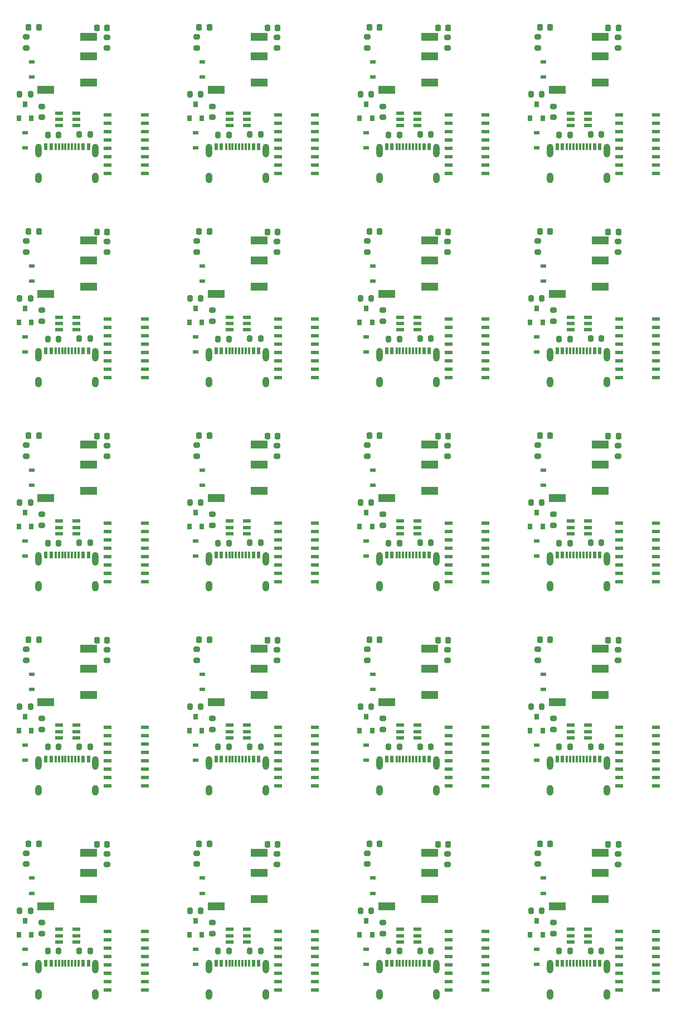
<source format=gtp>
%TF.GenerationSoftware,KiCad,Pcbnew,8.0.8*%
%TF.CreationDate,2025-02-19T12:52:30-07:00*%
%TF.ProjectId,SparkFun_Audio_Player_Breakout_MY1690X-16S_panelized,53706172-6b46-4756-9e5f-417564696f5f,v10*%
%TF.SameCoordinates,Original*%
%TF.FileFunction,Paste,Top*%
%TF.FilePolarity,Positive*%
%FSLAX46Y46*%
G04 Gerber Fmt 4.6, Leading zero omitted, Abs format (unit mm)*
G04 Created by KiCad (PCBNEW 8.0.8) date 2025-02-19 12:52:30*
%MOMM*%
%LPD*%
G01*
G04 APERTURE LIST*
G04 Aperture macros list*
%AMRoundRect*
0 Rectangle with rounded corners*
0 $1 Rounding radius*
0 $2 $3 $4 $5 $6 $7 $8 $9 X,Y pos of 4 corners*
0 Add a 4 corners polygon primitive as box body*
4,1,4,$2,$3,$4,$5,$6,$7,$8,$9,$2,$3,0*
0 Add four circle primitives for the rounded corners*
1,1,$1+$1,$2,$3*
1,1,$1+$1,$4,$5*
1,1,$1+$1,$6,$7*
1,1,$1+$1,$8,$9*
0 Add four rect primitives between the rounded corners*
20,1,$1+$1,$2,$3,$4,$5,0*
20,1,$1+$1,$4,$5,$6,$7,0*
20,1,$1+$1,$6,$7,$8,$9,0*
20,1,$1+$1,$8,$9,$2,$3,0*%
G04 Aperture macros list end*
%ADD10R,0.300000X1.000000*%
%ADD11R,0.600000X1.000000*%
%ADD12O,1.000000X1.600000*%
%ADD13O,1.000000X2.100000*%
%ADD14RoundRect,0.200000X-0.200000X-0.275000X0.200000X-0.275000X0.200000X0.275000X-0.200000X0.275000X0*%
%ADD15RoundRect,0.218750X0.218750X0.256250X-0.218750X0.256250X-0.218750X-0.256250X0.218750X-0.256250X0*%
%ADD16R,0.830000X0.630000*%
%ADD17RoundRect,0.218750X-0.218750X-0.256250X0.218750X-0.256250X0.218750X0.256250X-0.218750X0.256250X0*%
%ADD18R,0.800000X0.900000*%
%ADD19RoundRect,0.200000X-0.275000X0.200000X-0.275000X-0.200000X0.275000X-0.200000X0.275000X0.200000X0*%
%ADD20R,2.500000X1.200000*%
%ADD21R,1.200000X0.600000*%
%ADD22RoundRect,0.200000X0.275000X-0.200000X0.275000X0.200000X-0.275000X0.200000X-0.275000X-0.200000X0*%
%ADD23R,1.200000X0.550000*%
G04 APERTURE END LIST*
D10*
%TO.C,J4*%
X89150000Y129676000D03*
X90150000Y129676000D03*
X90650000Y129676000D03*
X91650000Y129676000D03*
X92150000Y129676000D03*
X91150000Y129676000D03*
X89650000Y129676000D03*
X88650000Y129676000D03*
D11*
X87175000Y129676000D03*
X93625000Y129676000D03*
D12*
X86082000Y124921000D03*
D13*
X86082000Y129101000D03*
X94718000Y129101000D03*
D12*
X94718000Y124921000D03*
D11*
X87950000Y129676000D03*
X92850000Y129676000D03*
%TD*%
D10*
%TO.C,J4*%
X89150000Y98696000D03*
X90150000Y98696000D03*
X90650000Y98696000D03*
X91650000Y98696000D03*
X92150000Y98696000D03*
X91150000Y98696000D03*
X89650000Y98696000D03*
X88650000Y98696000D03*
D11*
X87175000Y98696000D03*
X93625000Y98696000D03*
D12*
X86082000Y93941000D03*
D13*
X86082000Y98121000D03*
X94718000Y98121000D03*
D12*
X94718000Y93941000D03*
D11*
X87950000Y98696000D03*
X92850000Y98696000D03*
%TD*%
D10*
%TO.C,J4*%
X89150000Y67716000D03*
X90150000Y67716000D03*
X90650000Y67716000D03*
X91650000Y67716000D03*
X92150000Y67716000D03*
X91150000Y67716000D03*
X89650000Y67716000D03*
X88650000Y67716000D03*
D11*
X87175000Y67716000D03*
X93625000Y67716000D03*
D12*
X86082000Y62961000D03*
D13*
X86082000Y67141000D03*
X94718000Y67141000D03*
D12*
X94718000Y62961000D03*
D11*
X87950000Y67716000D03*
X92850000Y67716000D03*
%TD*%
D10*
%TO.C,J4*%
X89150000Y36736000D03*
X90150000Y36736000D03*
X90650000Y36736000D03*
X91650000Y36736000D03*
X92150000Y36736000D03*
X91150000Y36736000D03*
X89650000Y36736000D03*
X88650000Y36736000D03*
D11*
X87175000Y36736000D03*
X93625000Y36736000D03*
D12*
X86082000Y31981000D03*
D13*
X86082000Y36161000D03*
X94718000Y36161000D03*
D12*
X94718000Y31981000D03*
D11*
X87950000Y36736000D03*
X92850000Y36736000D03*
%TD*%
D10*
%TO.C,J4*%
X89150000Y5756000D03*
X90150000Y5756000D03*
X90650000Y5756000D03*
X91650000Y5756000D03*
X92150000Y5756000D03*
X91150000Y5756000D03*
X89650000Y5756000D03*
X88650000Y5756000D03*
D11*
X87175000Y5756000D03*
X93625000Y5756000D03*
D12*
X86082000Y1001000D03*
D13*
X86082000Y5181000D03*
X94718000Y5181000D03*
D12*
X94718000Y1001000D03*
D11*
X87950000Y5756000D03*
X92850000Y5756000D03*
%TD*%
D10*
%TO.C,J4*%
X63250000Y129676000D03*
X64250000Y129676000D03*
X64750000Y129676000D03*
X65750000Y129676000D03*
X66250000Y129676000D03*
X65250000Y129676000D03*
X63750000Y129676000D03*
X62750000Y129676000D03*
D11*
X61275000Y129676000D03*
X67725000Y129676000D03*
D12*
X60182000Y124921000D03*
D13*
X60182000Y129101000D03*
X68818000Y129101000D03*
D12*
X68818000Y124921000D03*
D11*
X62050000Y129676000D03*
X66950000Y129676000D03*
%TD*%
D10*
%TO.C,J4*%
X63250000Y98696000D03*
X64250000Y98696000D03*
X64750000Y98696000D03*
X65750000Y98696000D03*
X66250000Y98696000D03*
X65250000Y98696000D03*
X63750000Y98696000D03*
X62750000Y98696000D03*
D11*
X61275000Y98696000D03*
X67725000Y98696000D03*
D12*
X60182000Y93941000D03*
D13*
X60182000Y98121000D03*
X68818000Y98121000D03*
D12*
X68818000Y93941000D03*
D11*
X62050000Y98696000D03*
X66950000Y98696000D03*
%TD*%
D10*
%TO.C,J4*%
X63250000Y67716000D03*
X64250000Y67716000D03*
X64750000Y67716000D03*
X65750000Y67716000D03*
X66250000Y67716000D03*
X65250000Y67716000D03*
X63750000Y67716000D03*
X62750000Y67716000D03*
D11*
X61275000Y67716000D03*
X67725000Y67716000D03*
D12*
X60182000Y62961000D03*
D13*
X60182000Y67141000D03*
X68818000Y67141000D03*
D12*
X68818000Y62961000D03*
D11*
X62050000Y67716000D03*
X66950000Y67716000D03*
%TD*%
D10*
%TO.C,J4*%
X63250000Y36736000D03*
X64250000Y36736000D03*
X64750000Y36736000D03*
X65750000Y36736000D03*
X66250000Y36736000D03*
X65250000Y36736000D03*
X63750000Y36736000D03*
X62750000Y36736000D03*
D11*
X61275000Y36736000D03*
X67725000Y36736000D03*
D12*
X60182000Y31981000D03*
D13*
X60182000Y36161000D03*
X68818000Y36161000D03*
D12*
X68818000Y31981000D03*
D11*
X62050000Y36736000D03*
X66950000Y36736000D03*
%TD*%
D10*
%TO.C,J4*%
X63250000Y5756000D03*
X64250000Y5756000D03*
X64750000Y5756000D03*
X65750000Y5756000D03*
X66250000Y5756000D03*
X65250000Y5756000D03*
X63750000Y5756000D03*
X62750000Y5756000D03*
D11*
X61275000Y5756000D03*
X67725000Y5756000D03*
D12*
X60182000Y1001000D03*
D13*
X60182000Y5181000D03*
X68818000Y5181000D03*
D12*
X68818000Y1001000D03*
D11*
X62050000Y5756000D03*
X66950000Y5756000D03*
%TD*%
D10*
%TO.C,J4*%
X37350000Y129676000D03*
X38350000Y129676000D03*
X38850000Y129676000D03*
X39850000Y129676000D03*
X40350000Y129676000D03*
X39350000Y129676000D03*
X37850000Y129676000D03*
X36850000Y129676000D03*
D11*
X35375000Y129676000D03*
X41825000Y129676000D03*
D12*
X34282000Y124921000D03*
D13*
X34282000Y129101000D03*
X42918000Y129101000D03*
D12*
X42918000Y124921000D03*
D11*
X36150000Y129676000D03*
X41050000Y129676000D03*
%TD*%
D10*
%TO.C,J4*%
X37350000Y98696000D03*
X38350000Y98696000D03*
X38850000Y98696000D03*
X39850000Y98696000D03*
X40350000Y98696000D03*
X39350000Y98696000D03*
X37850000Y98696000D03*
X36850000Y98696000D03*
D11*
X35375000Y98696000D03*
X41825000Y98696000D03*
D12*
X34282000Y93941000D03*
D13*
X34282000Y98121000D03*
X42918000Y98121000D03*
D12*
X42918000Y93941000D03*
D11*
X36150000Y98696000D03*
X41050000Y98696000D03*
%TD*%
D10*
%TO.C,J4*%
X37350000Y67716000D03*
X38350000Y67716000D03*
X38850000Y67716000D03*
X39850000Y67716000D03*
X40350000Y67716000D03*
X39350000Y67716000D03*
X37850000Y67716000D03*
X36850000Y67716000D03*
D11*
X35375000Y67716000D03*
X41825000Y67716000D03*
D12*
X34282000Y62961000D03*
D13*
X34282000Y67141000D03*
X42918000Y67141000D03*
D12*
X42918000Y62961000D03*
D11*
X36150000Y67716000D03*
X41050000Y67716000D03*
%TD*%
D10*
%TO.C,J4*%
X37350000Y36736000D03*
X38350000Y36736000D03*
X38850000Y36736000D03*
X39850000Y36736000D03*
X40350000Y36736000D03*
X39350000Y36736000D03*
X37850000Y36736000D03*
X36850000Y36736000D03*
D11*
X35375000Y36736000D03*
X41825000Y36736000D03*
D12*
X34282000Y31981000D03*
D13*
X34282000Y36161000D03*
X42918000Y36161000D03*
D12*
X42918000Y31981000D03*
D11*
X36150000Y36736000D03*
X41050000Y36736000D03*
%TD*%
D10*
%TO.C,J4*%
X37350000Y5756000D03*
X38350000Y5756000D03*
X38850000Y5756000D03*
X39850000Y5756000D03*
X40350000Y5756000D03*
X39350000Y5756000D03*
X37850000Y5756000D03*
X36850000Y5756000D03*
D11*
X35375000Y5756000D03*
X41825000Y5756000D03*
D12*
X34282000Y1001000D03*
D13*
X34282000Y5181000D03*
X42918000Y5181000D03*
D12*
X42918000Y1001000D03*
D11*
X36150000Y5756000D03*
X41050000Y5756000D03*
%TD*%
D10*
%TO.C,J4*%
X11450000Y129676000D03*
X12450000Y129676000D03*
X12950000Y129676000D03*
X13950000Y129676000D03*
X14450000Y129676000D03*
X13450000Y129676000D03*
X11950000Y129676000D03*
X10950000Y129676000D03*
D11*
X9475000Y129676000D03*
X15925000Y129676000D03*
D12*
X8382000Y124921000D03*
D13*
X8382000Y129101000D03*
X17018000Y129101000D03*
D12*
X17018000Y124921000D03*
D11*
X10250000Y129676000D03*
X15150000Y129676000D03*
%TD*%
D10*
%TO.C,J4*%
X11450000Y98696000D03*
X12450000Y98696000D03*
X12950000Y98696000D03*
X13950000Y98696000D03*
X14450000Y98696000D03*
X13450000Y98696000D03*
X11950000Y98696000D03*
X10950000Y98696000D03*
D11*
X9475000Y98696000D03*
X15925000Y98696000D03*
D12*
X8382000Y93941000D03*
D13*
X8382000Y98121000D03*
X17018000Y98121000D03*
D12*
X17018000Y93941000D03*
D11*
X10250000Y98696000D03*
X15150000Y98696000D03*
%TD*%
D10*
%TO.C,J4*%
X11450000Y67716000D03*
X12450000Y67716000D03*
X12950000Y67716000D03*
X13950000Y67716000D03*
X14450000Y67716000D03*
X13450000Y67716000D03*
X11950000Y67716000D03*
X10950000Y67716000D03*
D11*
X9475000Y67716000D03*
X15925000Y67716000D03*
D12*
X8382000Y62961000D03*
D13*
X8382000Y67141000D03*
X17018000Y67141000D03*
D12*
X17018000Y62961000D03*
D11*
X10250000Y67716000D03*
X15150000Y67716000D03*
%TD*%
D10*
%TO.C,J4*%
X11450000Y36736000D03*
X12450000Y36736000D03*
X12950000Y36736000D03*
X13950000Y36736000D03*
X14450000Y36736000D03*
X13450000Y36736000D03*
X11950000Y36736000D03*
X10950000Y36736000D03*
D11*
X9475000Y36736000D03*
X15925000Y36736000D03*
D12*
X8382000Y31981000D03*
D13*
X8382000Y36161000D03*
X17018000Y36161000D03*
D12*
X17018000Y31981000D03*
D11*
X10250000Y36736000D03*
X15150000Y36736000D03*
%TD*%
D14*
%TO.C,R3*%
X87449000Y131480000D03*
X89099000Y131480000D03*
%TD*%
%TO.C,R3*%
X87449000Y100500000D03*
X89099000Y100500000D03*
%TD*%
%TO.C,R3*%
X87449000Y69520000D03*
X89099000Y69520000D03*
%TD*%
%TO.C,R3*%
X87449000Y38540000D03*
X89099000Y38540000D03*
%TD*%
%TO.C,R3*%
X87449000Y7560000D03*
X89099000Y7560000D03*
%TD*%
%TO.C,R3*%
X61549000Y131480000D03*
X63199000Y131480000D03*
%TD*%
%TO.C,R3*%
X61549000Y100500000D03*
X63199000Y100500000D03*
%TD*%
%TO.C,R3*%
X61549000Y69520000D03*
X63199000Y69520000D03*
%TD*%
%TO.C,R3*%
X61549000Y38540000D03*
X63199000Y38540000D03*
%TD*%
%TO.C,R3*%
X61549000Y7560000D03*
X63199000Y7560000D03*
%TD*%
%TO.C,R3*%
X35649000Y131480000D03*
X37299000Y131480000D03*
%TD*%
%TO.C,R3*%
X35649000Y100500000D03*
X37299000Y100500000D03*
%TD*%
%TO.C,R3*%
X35649000Y69520000D03*
X37299000Y69520000D03*
%TD*%
%TO.C,R3*%
X35649000Y38540000D03*
X37299000Y38540000D03*
%TD*%
%TO.C,R3*%
X35649000Y7560000D03*
X37299000Y7560000D03*
%TD*%
%TO.C,R3*%
X9749000Y131480000D03*
X11399000Y131480000D03*
%TD*%
%TO.C,R3*%
X9749000Y100500000D03*
X11399000Y100500000D03*
%TD*%
%TO.C,R3*%
X9749000Y69520000D03*
X11399000Y69520000D03*
%TD*%
%TO.C,R3*%
X9749000Y38540000D03*
X11399000Y38540000D03*
%TD*%
D15*
%TO.C,D4*%
X86102500Y147762000D03*
X84527500Y147762000D03*
%TD*%
%TO.C,D4*%
X86102500Y116782000D03*
X84527500Y116782000D03*
%TD*%
%TO.C,D4*%
X86102500Y85802000D03*
X84527500Y85802000D03*
%TD*%
%TO.C,D4*%
X86102500Y54822000D03*
X84527500Y54822000D03*
%TD*%
%TO.C,D4*%
X86102500Y23842000D03*
X84527500Y23842000D03*
%TD*%
%TO.C,D4*%
X60202500Y147762000D03*
X58627500Y147762000D03*
%TD*%
%TO.C,D4*%
X60202500Y116782000D03*
X58627500Y116782000D03*
%TD*%
%TO.C,D4*%
X60202500Y85802000D03*
X58627500Y85802000D03*
%TD*%
%TO.C,D4*%
X60202500Y54822000D03*
X58627500Y54822000D03*
%TD*%
%TO.C,D4*%
X60202500Y23842000D03*
X58627500Y23842000D03*
%TD*%
%TO.C,D4*%
X34302500Y147762000D03*
X32727500Y147762000D03*
%TD*%
%TO.C,D4*%
X34302500Y116782000D03*
X32727500Y116782000D03*
%TD*%
%TO.C,D4*%
X34302500Y85802000D03*
X32727500Y85802000D03*
%TD*%
%TO.C,D4*%
X34302500Y54822000D03*
X32727500Y54822000D03*
%TD*%
%TO.C,D4*%
X34302500Y23842000D03*
X32727500Y23842000D03*
%TD*%
%TO.C,D4*%
X8402500Y147762000D03*
X6827500Y147762000D03*
%TD*%
%TO.C,D4*%
X8402500Y116782000D03*
X6827500Y116782000D03*
%TD*%
%TO.C,D4*%
X8402500Y85802000D03*
X6827500Y85802000D03*
%TD*%
%TO.C,D4*%
X8402500Y54822000D03*
X6827500Y54822000D03*
%TD*%
D16*
%TO.C,D2*%
X85056000Y140265000D03*
X85056000Y142565000D03*
%TD*%
%TO.C,D2*%
X85056000Y109285000D03*
X85056000Y111585000D03*
%TD*%
%TO.C,D2*%
X85056000Y78305000D03*
X85056000Y80605000D03*
%TD*%
%TO.C,D2*%
X85056000Y47325000D03*
X85056000Y49625000D03*
%TD*%
%TO.C,D2*%
X85056000Y16345000D03*
X85056000Y18645000D03*
%TD*%
%TO.C,D2*%
X59156000Y140265000D03*
X59156000Y142565000D03*
%TD*%
%TO.C,D2*%
X59156000Y109285000D03*
X59156000Y111585000D03*
%TD*%
%TO.C,D2*%
X59156000Y78305000D03*
X59156000Y80605000D03*
%TD*%
%TO.C,D2*%
X59156000Y47325000D03*
X59156000Y49625000D03*
%TD*%
%TO.C,D2*%
X59156000Y16345000D03*
X59156000Y18645000D03*
%TD*%
%TO.C,D2*%
X33256000Y140265000D03*
X33256000Y142565000D03*
%TD*%
%TO.C,D2*%
X33256000Y109285000D03*
X33256000Y111585000D03*
%TD*%
%TO.C,D2*%
X33256000Y78305000D03*
X33256000Y80605000D03*
%TD*%
%TO.C,D2*%
X33256000Y47325000D03*
X33256000Y49625000D03*
%TD*%
%TO.C,D2*%
X33256000Y16345000D03*
X33256000Y18645000D03*
%TD*%
%TO.C,D2*%
X7356000Y140265000D03*
X7356000Y142565000D03*
%TD*%
%TO.C,D2*%
X7356000Y109285000D03*
X7356000Y111585000D03*
%TD*%
%TO.C,D2*%
X7356000Y78305000D03*
X7356000Y80605000D03*
%TD*%
%TO.C,D2*%
X7356000Y47325000D03*
X7356000Y49625000D03*
%TD*%
D14*
%TO.C,R4*%
X83174000Y137645000D03*
X84824000Y137645000D03*
%TD*%
%TO.C,R4*%
X83174000Y106665000D03*
X84824000Y106665000D03*
%TD*%
%TO.C,R4*%
X83174000Y75685000D03*
X84824000Y75685000D03*
%TD*%
%TO.C,R4*%
X83174000Y44705000D03*
X84824000Y44705000D03*
%TD*%
%TO.C,R4*%
X83174000Y13725000D03*
X84824000Y13725000D03*
%TD*%
%TO.C,R4*%
X57274000Y137645000D03*
X58924000Y137645000D03*
%TD*%
%TO.C,R4*%
X57274000Y106665000D03*
X58924000Y106665000D03*
%TD*%
%TO.C,R4*%
X57274000Y75685000D03*
X58924000Y75685000D03*
%TD*%
%TO.C,R4*%
X57274000Y44705000D03*
X58924000Y44705000D03*
%TD*%
%TO.C,R4*%
X57274000Y13725000D03*
X58924000Y13725000D03*
%TD*%
%TO.C,R4*%
X31374000Y137645000D03*
X33024000Y137645000D03*
%TD*%
%TO.C,R4*%
X31374000Y106665000D03*
X33024000Y106665000D03*
%TD*%
%TO.C,R4*%
X31374000Y75685000D03*
X33024000Y75685000D03*
%TD*%
%TO.C,R4*%
X31374000Y44705000D03*
X33024000Y44705000D03*
%TD*%
%TO.C,R4*%
X31374000Y13725000D03*
X33024000Y13725000D03*
%TD*%
%TO.C,R4*%
X5474000Y137645000D03*
X7124000Y137645000D03*
%TD*%
%TO.C,R4*%
X5474000Y106665000D03*
X7124000Y106665000D03*
%TD*%
%TO.C,R4*%
X5474000Y75685000D03*
X7124000Y75685000D03*
%TD*%
%TO.C,R4*%
X5474000Y44705000D03*
X7124000Y44705000D03*
%TD*%
D17*
%TO.C,D1*%
X94912500Y147678000D03*
X96487500Y147678000D03*
%TD*%
%TO.C,D1*%
X94912500Y116698000D03*
X96487500Y116698000D03*
%TD*%
%TO.C,D1*%
X94912500Y85718000D03*
X96487500Y85718000D03*
%TD*%
%TO.C,D1*%
X94912500Y54738000D03*
X96487500Y54738000D03*
%TD*%
%TO.C,D1*%
X94912500Y23758000D03*
X96487500Y23758000D03*
%TD*%
%TO.C,D1*%
X69012500Y147678000D03*
X70587500Y147678000D03*
%TD*%
%TO.C,D1*%
X69012500Y116698000D03*
X70587500Y116698000D03*
%TD*%
%TO.C,D1*%
X69012500Y85718000D03*
X70587500Y85718000D03*
%TD*%
%TO.C,D1*%
X69012500Y54738000D03*
X70587500Y54738000D03*
%TD*%
%TO.C,D1*%
X69012500Y23758000D03*
X70587500Y23758000D03*
%TD*%
%TO.C,D1*%
X43112500Y147678000D03*
X44687500Y147678000D03*
%TD*%
%TO.C,D1*%
X43112500Y116698000D03*
X44687500Y116698000D03*
%TD*%
%TO.C,D1*%
X43112500Y85718000D03*
X44687500Y85718000D03*
%TD*%
%TO.C,D1*%
X43112500Y54738000D03*
X44687500Y54738000D03*
%TD*%
%TO.C,D1*%
X43112500Y23758000D03*
X44687500Y23758000D03*
%TD*%
%TO.C,D1*%
X17212500Y147678000D03*
X18787500Y147678000D03*
%TD*%
%TO.C,D1*%
X17212500Y116698000D03*
X18787500Y116698000D03*
%TD*%
%TO.C,D1*%
X17212500Y85718000D03*
X18787500Y85718000D03*
%TD*%
%TO.C,D1*%
X17212500Y54738000D03*
X18787500Y54738000D03*
%TD*%
D18*
%TO.C,Q1*%
X83049000Y133989000D03*
X84949000Y133989000D03*
X83999000Y136089000D03*
%TD*%
%TO.C,Q1*%
X83049000Y103009000D03*
X84949000Y103009000D03*
X83999000Y105109000D03*
%TD*%
%TO.C,Q1*%
X83049000Y72029000D03*
X84949000Y72029000D03*
X83999000Y74129000D03*
%TD*%
%TO.C,Q1*%
X83049000Y41049000D03*
X84949000Y41049000D03*
X83999000Y43149000D03*
%TD*%
%TO.C,Q1*%
X83049000Y10069000D03*
X84949000Y10069000D03*
X83999000Y12169000D03*
%TD*%
%TO.C,Q1*%
X57149000Y133989000D03*
X59049000Y133989000D03*
X58099000Y136089000D03*
%TD*%
%TO.C,Q1*%
X57149000Y103009000D03*
X59049000Y103009000D03*
X58099000Y105109000D03*
%TD*%
%TO.C,Q1*%
X57149000Y72029000D03*
X59049000Y72029000D03*
X58099000Y74129000D03*
%TD*%
%TO.C,Q1*%
X57149000Y41049000D03*
X59049000Y41049000D03*
X58099000Y43149000D03*
%TD*%
%TO.C,Q1*%
X57149000Y10069000D03*
X59049000Y10069000D03*
X58099000Y12169000D03*
%TD*%
%TO.C,Q1*%
X31249000Y133989000D03*
X33149000Y133989000D03*
X32199000Y136089000D03*
%TD*%
%TO.C,Q1*%
X31249000Y103009000D03*
X33149000Y103009000D03*
X32199000Y105109000D03*
%TD*%
%TO.C,Q1*%
X31249000Y72029000D03*
X33149000Y72029000D03*
X32199000Y74129000D03*
%TD*%
%TO.C,Q1*%
X31249000Y41049000D03*
X33149000Y41049000D03*
X32199000Y43149000D03*
%TD*%
%TO.C,Q1*%
X31249000Y10069000D03*
X33149000Y10069000D03*
X32199000Y12169000D03*
%TD*%
%TO.C,Q1*%
X5349000Y133989000D03*
X7249000Y133989000D03*
X6299000Y136089000D03*
%TD*%
%TO.C,Q1*%
X5349000Y103009000D03*
X7249000Y103009000D03*
X6299000Y105109000D03*
%TD*%
%TO.C,Q1*%
X5349000Y72029000D03*
X7249000Y72029000D03*
X6299000Y74129000D03*
%TD*%
%TO.C,Q1*%
X5349000Y41049000D03*
X7249000Y41049000D03*
X6299000Y43149000D03*
%TD*%
D19*
%TO.C,R9*%
X84193000Y146334000D03*
X84193000Y144684000D03*
%TD*%
%TO.C,R9*%
X84193000Y115354000D03*
X84193000Y113704000D03*
%TD*%
%TO.C,R9*%
X84193000Y84374000D03*
X84193000Y82724000D03*
%TD*%
%TO.C,R9*%
X84193000Y53394000D03*
X84193000Y51744000D03*
%TD*%
%TO.C,R9*%
X84193000Y22414000D03*
X84193000Y20764000D03*
%TD*%
%TO.C,R9*%
X58293000Y146334000D03*
X58293000Y144684000D03*
%TD*%
%TO.C,R9*%
X58293000Y115354000D03*
X58293000Y113704000D03*
%TD*%
%TO.C,R9*%
X58293000Y84374000D03*
X58293000Y82724000D03*
%TD*%
%TO.C,R9*%
X58293000Y53394000D03*
X58293000Y51744000D03*
%TD*%
%TO.C,R9*%
X58293000Y22414000D03*
X58293000Y20764000D03*
%TD*%
%TO.C,R9*%
X32393000Y146334000D03*
X32393000Y144684000D03*
%TD*%
%TO.C,R9*%
X32393000Y115354000D03*
X32393000Y113704000D03*
%TD*%
%TO.C,R9*%
X32393000Y84374000D03*
X32393000Y82724000D03*
%TD*%
%TO.C,R9*%
X32393000Y53394000D03*
X32393000Y51744000D03*
%TD*%
%TO.C,R9*%
X32393000Y22414000D03*
X32393000Y20764000D03*
%TD*%
%TO.C,R9*%
X6493000Y146334000D03*
X6493000Y144684000D03*
%TD*%
%TO.C,R9*%
X6493000Y115354000D03*
X6493000Y113704000D03*
%TD*%
%TO.C,R9*%
X6493000Y84374000D03*
X6493000Y82724000D03*
%TD*%
%TO.C,R9*%
X6493000Y53394000D03*
X6493000Y51744000D03*
%TD*%
D14*
%TO.C,R2*%
X92236000Y131532000D03*
X93886000Y131532000D03*
%TD*%
%TO.C,R2*%
X92236000Y100552000D03*
X93886000Y100552000D03*
%TD*%
%TO.C,R2*%
X92236000Y69572000D03*
X93886000Y69572000D03*
%TD*%
%TO.C,R2*%
X92236000Y38592000D03*
X93886000Y38592000D03*
%TD*%
%TO.C,R2*%
X92236000Y7612000D03*
X93886000Y7612000D03*
%TD*%
%TO.C,R2*%
X66336000Y131532000D03*
X67986000Y131532000D03*
%TD*%
%TO.C,R2*%
X66336000Y100552000D03*
X67986000Y100552000D03*
%TD*%
%TO.C,R2*%
X66336000Y69572000D03*
X67986000Y69572000D03*
%TD*%
%TO.C,R2*%
X66336000Y38592000D03*
X67986000Y38592000D03*
%TD*%
%TO.C,R2*%
X66336000Y7612000D03*
X67986000Y7612000D03*
%TD*%
%TO.C,R2*%
X40436000Y131532000D03*
X42086000Y131532000D03*
%TD*%
%TO.C,R2*%
X40436000Y100552000D03*
X42086000Y100552000D03*
%TD*%
%TO.C,R2*%
X40436000Y69572000D03*
X42086000Y69572000D03*
%TD*%
%TO.C,R2*%
X40436000Y38592000D03*
X42086000Y38592000D03*
%TD*%
%TO.C,R2*%
X40436000Y7612000D03*
X42086000Y7612000D03*
%TD*%
%TO.C,R2*%
X14536000Y131532000D03*
X16186000Y131532000D03*
%TD*%
%TO.C,R2*%
X14536000Y100552000D03*
X16186000Y100552000D03*
%TD*%
%TO.C,R2*%
X14536000Y69572000D03*
X16186000Y69572000D03*
%TD*%
%TO.C,R2*%
X14536000Y38592000D03*
X16186000Y38592000D03*
%TD*%
D19*
%TO.C,R5*%
X96423000Y146276000D03*
X96423000Y144626000D03*
%TD*%
%TO.C,R5*%
X96423000Y115296000D03*
X96423000Y113646000D03*
%TD*%
%TO.C,R5*%
X96423000Y84316000D03*
X96423000Y82666000D03*
%TD*%
%TO.C,R5*%
X96423000Y53336000D03*
X96423000Y51686000D03*
%TD*%
%TO.C,R5*%
X96423000Y22356000D03*
X96423000Y20706000D03*
%TD*%
%TO.C,R5*%
X70523000Y146276000D03*
X70523000Y144626000D03*
%TD*%
%TO.C,R5*%
X70523000Y115296000D03*
X70523000Y113646000D03*
%TD*%
%TO.C,R5*%
X70523000Y84316000D03*
X70523000Y82666000D03*
%TD*%
%TO.C,R5*%
X70523000Y53336000D03*
X70523000Y51686000D03*
%TD*%
%TO.C,R5*%
X70523000Y22356000D03*
X70523000Y20706000D03*
%TD*%
%TO.C,R5*%
X44623000Y146276000D03*
X44623000Y144626000D03*
%TD*%
%TO.C,R5*%
X44623000Y115296000D03*
X44623000Y113646000D03*
%TD*%
%TO.C,R5*%
X44623000Y84316000D03*
X44623000Y82666000D03*
%TD*%
%TO.C,R5*%
X44623000Y53336000D03*
X44623000Y51686000D03*
%TD*%
%TO.C,R5*%
X44623000Y22356000D03*
X44623000Y20706000D03*
%TD*%
%TO.C,R5*%
X18723000Y146276000D03*
X18723000Y144626000D03*
%TD*%
%TO.C,R5*%
X18723000Y115296000D03*
X18723000Y113646000D03*
%TD*%
%TO.C,R5*%
X18723000Y84316000D03*
X18723000Y82666000D03*
%TD*%
%TO.C,R5*%
X18723000Y53336000D03*
X18723000Y51686000D03*
%TD*%
D16*
%TO.C,D3*%
X84051000Y131769000D03*
X84051000Y129469000D03*
%TD*%
%TO.C,D3*%
X84051000Y100789000D03*
X84051000Y98489000D03*
%TD*%
%TO.C,D3*%
X84051000Y69809000D03*
X84051000Y67509000D03*
%TD*%
%TO.C,D3*%
X84051000Y38829000D03*
X84051000Y36529000D03*
%TD*%
%TO.C,D3*%
X84051000Y7849000D03*
X84051000Y5549000D03*
%TD*%
%TO.C,D3*%
X58151000Y131769000D03*
X58151000Y129469000D03*
%TD*%
%TO.C,D3*%
X58151000Y100789000D03*
X58151000Y98489000D03*
%TD*%
%TO.C,D3*%
X58151000Y69809000D03*
X58151000Y67509000D03*
%TD*%
%TO.C,D3*%
X58151000Y38829000D03*
X58151000Y36529000D03*
%TD*%
%TO.C,D3*%
X58151000Y7849000D03*
X58151000Y5549000D03*
%TD*%
%TO.C,D3*%
X32251000Y131769000D03*
X32251000Y129469000D03*
%TD*%
%TO.C,D3*%
X32251000Y100789000D03*
X32251000Y98489000D03*
%TD*%
%TO.C,D3*%
X32251000Y69809000D03*
X32251000Y67509000D03*
%TD*%
%TO.C,D3*%
X32251000Y38829000D03*
X32251000Y36529000D03*
%TD*%
%TO.C,D3*%
X32251000Y7849000D03*
X32251000Y5549000D03*
%TD*%
%TO.C,D3*%
X6351000Y131769000D03*
X6351000Y129469000D03*
%TD*%
%TO.C,D3*%
X6351000Y100789000D03*
X6351000Y98489000D03*
%TD*%
%TO.C,D3*%
X6351000Y69809000D03*
X6351000Y67509000D03*
%TD*%
%TO.C,D3*%
X6351000Y38829000D03*
X6351000Y36529000D03*
%TD*%
D20*
%TO.C,J1*%
X93650000Y143394000D03*
X93650000Y146394000D03*
X87150000Y138294000D03*
X93650000Y139394000D03*
%TD*%
%TO.C,J1*%
X93650000Y112414000D03*
X93650000Y115414000D03*
X87150000Y107314000D03*
X93650000Y108414000D03*
%TD*%
%TO.C,J1*%
X93650000Y81434000D03*
X93650000Y84434000D03*
X87150000Y76334000D03*
X93650000Y77434000D03*
%TD*%
%TO.C,J1*%
X93650000Y50454000D03*
X93650000Y53454000D03*
X87150000Y45354000D03*
X93650000Y46454000D03*
%TD*%
%TO.C,J1*%
X93650000Y19474000D03*
X93650000Y22474000D03*
X87150000Y14374000D03*
X93650000Y15474000D03*
%TD*%
%TO.C,J1*%
X67750000Y143394000D03*
X67750000Y146394000D03*
X61250000Y138294000D03*
X67750000Y139394000D03*
%TD*%
%TO.C,J1*%
X67750000Y112414000D03*
X67750000Y115414000D03*
X61250000Y107314000D03*
X67750000Y108414000D03*
%TD*%
%TO.C,J1*%
X67750000Y81434000D03*
X67750000Y84434000D03*
X61250000Y76334000D03*
X67750000Y77434000D03*
%TD*%
%TO.C,J1*%
X67750000Y50454000D03*
X67750000Y53454000D03*
X61250000Y45354000D03*
X67750000Y46454000D03*
%TD*%
%TO.C,J1*%
X67750000Y19474000D03*
X67750000Y22474000D03*
X61250000Y14374000D03*
X67750000Y15474000D03*
%TD*%
%TO.C,J1*%
X41850000Y143394000D03*
X41850000Y146394000D03*
X35350000Y138294000D03*
X41850000Y139394000D03*
%TD*%
%TO.C,J1*%
X41850000Y112414000D03*
X41850000Y115414000D03*
X35350000Y107314000D03*
X41850000Y108414000D03*
%TD*%
%TO.C,J1*%
X41850000Y81434000D03*
X41850000Y84434000D03*
X35350000Y76334000D03*
X41850000Y77434000D03*
%TD*%
%TO.C,J1*%
X41850000Y50454000D03*
X41850000Y53454000D03*
X35350000Y45354000D03*
X41850000Y46454000D03*
%TD*%
%TO.C,J1*%
X41850000Y19474000D03*
X41850000Y22474000D03*
X35350000Y14374000D03*
X41850000Y15474000D03*
%TD*%
%TO.C,J1*%
X15950000Y143394000D03*
X15950000Y146394000D03*
X9450000Y138294000D03*
X15950000Y139394000D03*
%TD*%
%TO.C,J1*%
X15950000Y112414000D03*
X15950000Y115414000D03*
X9450000Y107314000D03*
X15950000Y108414000D03*
%TD*%
%TO.C,J1*%
X15950000Y81434000D03*
X15950000Y84434000D03*
X9450000Y76334000D03*
X15950000Y77434000D03*
%TD*%
%TO.C,J1*%
X15950000Y50454000D03*
X15950000Y53454000D03*
X9450000Y45354000D03*
X15950000Y46454000D03*
%TD*%
D21*
%TO.C,U2*%
X102175000Y125600000D03*
X102175000Y126870000D03*
X102175000Y128140000D03*
X102175000Y129410000D03*
X102175000Y130680000D03*
X102175000Y131950000D03*
X102175000Y133220000D03*
X102175000Y134490000D03*
X96575000Y134490000D03*
X96575000Y133220000D03*
X96575000Y131950000D03*
X96575000Y130680000D03*
X96575000Y129410000D03*
X96575000Y128140000D03*
X96575000Y126870000D03*
X96575000Y125600000D03*
%TD*%
%TO.C,U2*%
X102175000Y94620000D03*
X102175000Y95890000D03*
X102175000Y97160000D03*
X102175000Y98430000D03*
X102175000Y99700000D03*
X102175000Y100970000D03*
X102175000Y102240000D03*
X102175000Y103510000D03*
X96575000Y103510000D03*
X96575000Y102240000D03*
X96575000Y100970000D03*
X96575000Y99700000D03*
X96575000Y98430000D03*
X96575000Y97160000D03*
X96575000Y95890000D03*
X96575000Y94620000D03*
%TD*%
%TO.C,U2*%
X102175000Y63640000D03*
X102175000Y64910000D03*
X102175000Y66180000D03*
X102175000Y67450000D03*
X102175000Y68720000D03*
X102175000Y69990000D03*
X102175000Y71260000D03*
X102175000Y72530000D03*
X96575000Y72530000D03*
X96575000Y71260000D03*
X96575000Y69990000D03*
X96575000Y68720000D03*
X96575000Y67450000D03*
X96575000Y66180000D03*
X96575000Y64910000D03*
X96575000Y63640000D03*
%TD*%
%TO.C,U2*%
X102175000Y32660000D03*
X102175000Y33930000D03*
X102175000Y35200000D03*
X102175000Y36470000D03*
X102175000Y37740000D03*
X102175000Y39010000D03*
X102175000Y40280000D03*
X102175000Y41550000D03*
X96575000Y41550000D03*
X96575000Y40280000D03*
X96575000Y39010000D03*
X96575000Y37740000D03*
X96575000Y36470000D03*
X96575000Y35200000D03*
X96575000Y33930000D03*
X96575000Y32660000D03*
%TD*%
%TO.C,U2*%
X102175000Y1680000D03*
X102175000Y2950000D03*
X102175000Y4220000D03*
X102175000Y5490000D03*
X102175000Y6760000D03*
X102175000Y8030000D03*
X102175000Y9300000D03*
X102175000Y10570000D03*
X96575000Y10570000D03*
X96575000Y9300000D03*
X96575000Y8030000D03*
X96575000Y6760000D03*
X96575000Y5490000D03*
X96575000Y4220000D03*
X96575000Y2950000D03*
X96575000Y1680000D03*
%TD*%
%TO.C,U2*%
X76275000Y125600000D03*
X76275000Y126870000D03*
X76275000Y128140000D03*
X76275000Y129410000D03*
X76275000Y130680000D03*
X76275000Y131950000D03*
X76275000Y133220000D03*
X76275000Y134490000D03*
X70675000Y134490000D03*
X70675000Y133220000D03*
X70675000Y131950000D03*
X70675000Y130680000D03*
X70675000Y129410000D03*
X70675000Y128140000D03*
X70675000Y126870000D03*
X70675000Y125600000D03*
%TD*%
%TO.C,U2*%
X76275000Y94620000D03*
X76275000Y95890000D03*
X76275000Y97160000D03*
X76275000Y98430000D03*
X76275000Y99700000D03*
X76275000Y100970000D03*
X76275000Y102240000D03*
X76275000Y103510000D03*
X70675000Y103510000D03*
X70675000Y102240000D03*
X70675000Y100970000D03*
X70675000Y99700000D03*
X70675000Y98430000D03*
X70675000Y97160000D03*
X70675000Y95890000D03*
X70675000Y94620000D03*
%TD*%
%TO.C,U2*%
X76275000Y63640000D03*
X76275000Y64910000D03*
X76275000Y66180000D03*
X76275000Y67450000D03*
X76275000Y68720000D03*
X76275000Y69990000D03*
X76275000Y71260000D03*
X76275000Y72530000D03*
X70675000Y72530000D03*
X70675000Y71260000D03*
X70675000Y69990000D03*
X70675000Y68720000D03*
X70675000Y67450000D03*
X70675000Y66180000D03*
X70675000Y64910000D03*
X70675000Y63640000D03*
%TD*%
%TO.C,U2*%
X76275000Y32660000D03*
X76275000Y33930000D03*
X76275000Y35200000D03*
X76275000Y36470000D03*
X76275000Y37740000D03*
X76275000Y39010000D03*
X76275000Y40280000D03*
X76275000Y41550000D03*
X70675000Y41550000D03*
X70675000Y40280000D03*
X70675000Y39010000D03*
X70675000Y37740000D03*
X70675000Y36470000D03*
X70675000Y35200000D03*
X70675000Y33930000D03*
X70675000Y32660000D03*
%TD*%
%TO.C,U2*%
X76275000Y1680000D03*
X76275000Y2950000D03*
X76275000Y4220000D03*
X76275000Y5490000D03*
X76275000Y6760000D03*
X76275000Y8030000D03*
X76275000Y9300000D03*
X76275000Y10570000D03*
X70675000Y10570000D03*
X70675000Y9300000D03*
X70675000Y8030000D03*
X70675000Y6760000D03*
X70675000Y5490000D03*
X70675000Y4220000D03*
X70675000Y2950000D03*
X70675000Y1680000D03*
%TD*%
%TO.C,U2*%
X50375000Y125600000D03*
X50375000Y126870000D03*
X50375000Y128140000D03*
X50375000Y129410000D03*
X50375000Y130680000D03*
X50375000Y131950000D03*
X50375000Y133220000D03*
X50375000Y134490000D03*
X44775000Y134490000D03*
X44775000Y133220000D03*
X44775000Y131950000D03*
X44775000Y130680000D03*
X44775000Y129410000D03*
X44775000Y128140000D03*
X44775000Y126870000D03*
X44775000Y125600000D03*
%TD*%
%TO.C,U2*%
X50375000Y94620000D03*
X50375000Y95890000D03*
X50375000Y97160000D03*
X50375000Y98430000D03*
X50375000Y99700000D03*
X50375000Y100970000D03*
X50375000Y102240000D03*
X50375000Y103510000D03*
X44775000Y103510000D03*
X44775000Y102240000D03*
X44775000Y100970000D03*
X44775000Y99700000D03*
X44775000Y98430000D03*
X44775000Y97160000D03*
X44775000Y95890000D03*
X44775000Y94620000D03*
%TD*%
%TO.C,U2*%
X50375000Y63640000D03*
X50375000Y64910000D03*
X50375000Y66180000D03*
X50375000Y67450000D03*
X50375000Y68720000D03*
X50375000Y69990000D03*
X50375000Y71260000D03*
X50375000Y72530000D03*
X44775000Y72530000D03*
X44775000Y71260000D03*
X44775000Y69990000D03*
X44775000Y68720000D03*
X44775000Y67450000D03*
X44775000Y66180000D03*
X44775000Y64910000D03*
X44775000Y63640000D03*
%TD*%
%TO.C,U2*%
X50375000Y32660000D03*
X50375000Y33930000D03*
X50375000Y35200000D03*
X50375000Y36470000D03*
X50375000Y37740000D03*
X50375000Y39010000D03*
X50375000Y40280000D03*
X50375000Y41550000D03*
X44775000Y41550000D03*
X44775000Y40280000D03*
X44775000Y39010000D03*
X44775000Y37740000D03*
X44775000Y36470000D03*
X44775000Y35200000D03*
X44775000Y33930000D03*
X44775000Y32660000D03*
%TD*%
%TO.C,U2*%
X50375000Y1680000D03*
X50375000Y2950000D03*
X50375000Y4220000D03*
X50375000Y5490000D03*
X50375000Y6760000D03*
X50375000Y8030000D03*
X50375000Y9300000D03*
X50375000Y10570000D03*
X44775000Y10570000D03*
X44775000Y9300000D03*
X44775000Y8030000D03*
X44775000Y6760000D03*
X44775000Y5490000D03*
X44775000Y4220000D03*
X44775000Y2950000D03*
X44775000Y1680000D03*
%TD*%
%TO.C,U2*%
X24475000Y125600000D03*
X24475000Y126870000D03*
X24475000Y128140000D03*
X24475000Y129410000D03*
X24475000Y130680000D03*
X24475000Y131950000D03*
X24475000Y133220000D03*
X24475000Y134490000D03*
X18875000Y134490000D03*
X18875000Y133220000D03*
X18875000Y131950000D03*
X18875000Y130680000D03*
X18875000Y129410000D03*
X18875000Y128140000D03*
X18875000Y126870000D03*
X18875000Y125600000D03*
%TD*%
%TO.C,U2*%
X24475000Y94620000D03*
X24475000Y95890000D03*
X24475000Y97160000D03*
X24475000Y98430000D03*
X24475000Y99700000D03*
X24475000Y100970000D03*
X24475000Y102240000D03*
X24475000Y103510000D03*
X18875000Y103510000D03*
X18875000Y102240000D03*
X18875000Y100970000D03*
X18875000Y99700000D03*
X18875000Y98430000D03*
X18875000Y97160000D03*
X18875000Y95890000D03*
X18875000Y94620000D03*
%TD*%
%TO.C,U2*%
X24475000Y63640000D03*
X24475000Y64910000D03*
X24475000Y66180000D03*
X24475000Y67450000D03*
X24475000Y68720000D03*
X24475000Y69990000D03*
X24475000Y71260000D03*
X24475000Y72530000D03*
X18875000Y72530000D03*
X18875000Y71260000D03*
X18875000Y69990000D03*
X18875000Y68720000D03*
X18875000Y67450000D03*
X18875000Y66180000D03*
X18875000Y64910000D03*
X18875000Y63640000D03*
%TD*%
%TO.C,U2*%
X24475000Y32660000D03*
X24475000Y33930000D03*
X24475000Y35200000D03*
X24475000Y36470000D03*
X24475000Y37740000D03*
X24475000Y39010000D03*
X24475000Y40280000D03*
X24475000Y41550000D03*
X18875000Y41550000D03*
X18875000Y40280000D03*
X18875000Y39010000D03*
X18875000Y37740000D03*
X18875000Y36470000D03*
X18875000Y35200000D03*
X18875000Y33930000D03*
X18875000Y32660000D03*
%TD*%
D22*
%TO.C,R1*%
X86548000Y134163000D03*
X86548000Y135813000D03*
%TD*%
%TO.C,R1*%
X86548000Y103183000D03*
X86548000Y104833000D03*
%TD*%
%TO.C,R1*%
X86548000Y72203000D03*
X86548000Y73853000D03*
%TD*%
%TO.C,R1*%
X86548000Y41223000D03*
X86548000Y42873000D03*
%TD*%
%TO.C,R1*%
X86548000Y10243000D03*
X86548000Y11893000D03*
%TD*%
%TO.C,R1*%
X60648000Y134163000D03*
X60648000Y135813000D03*
%TD*%
%TO.C,R1*%
X60648000Y103183000D03*
X60648000Y104833000D03*
%TD*%
%TO.C,R1*%
X60648000Y72203000D03*
X60648000Y73853000D03*
%TD*%
%TO.C,R1*%
X60648000Y41223000D03*
X60648000Y42873000D03*
%TD*%
%TO.C,R1*%
X60648000Y10243000D03*
X60648000Y11893000D03*
%TD*%
%TO.C,R1*%
X34748000Y134163000D03*
X34748000Y135813000D03*
%TD*%
%TO.C,R1*%
X34748000Y103183000D03*
X34748000Y104833000D03*
%TD*%
%TO.C,R1*%
X34748000Y72203000D03*
X34748000Y73853000D03*
%TD*%
%TO.C,R1*%
X34748000Y41223000D03*
X34748000Y42873000D03*
%TD*%
%TO.C,R1*%
X34748000Y10243000D03*
X34748000Y11893000D03*
%TD*%
%TO.C,R1*%
X8848000Y134163000D03*
X8848000Y135813000D03*
%TD*%
%TO.C,R1*%
X8848000Y103183000D03*
X8848000Y104833000D03*
%TD*%
%TO.C,R1*%
X8848000Y72203000D03*
X8848000Y73853000D03*
%TD*%
%TO.C,R1*%
X8848000Y41223000D03*
X8848000Y42873000D03*
%TD*%
D23*
%TO.C,D6*%
X91804100Y132889000D03*
X91804100Y133839000D03*
X91804100Y134789000D03*
X89203900Y134789000D03*
X89204000Y133839000D03*
X89203900Y132889000D03*
%TD*%
%TO.C,D6*%
X91804100Y101909000D03*
X91804100Y102859000D03*
X91804100Y103809000D03*
X89203900Y103809000D03*
X89204000Y102859000D03*
X89203900Y101909000D03*
%TD*%
%TO.C,D6*%
X91804100Y70929000D03*
X91804100Y71879000D03*
X91804100Y72829000D03*
X89203900Y72829000D03*
X89204000Y71879000D03*
X89203900Y70929000D03*
%TD*%
%TO.C,D6*%
X91804100Y39949000D03*
X91804100Y40899000D03*
X91804100Y41849000D03*
X89203900Y41849000D03*
X89204000Y40899000D03*
X89203900Y39949000D03*
%TD*%
%TO.C,D6*%
X91804100Y8969000D03*
X91804100Y9919000D03*
X91804100Y10869000D03*
X89203900Y10869000D03*
X89204000Y9919000D03*
X89203900Y8969000D03*
%TD*%
%TO.C,D6*%
X65904100Y132889000D03*
X65904100Y133839000D03*
X65904100Y134789000D03*
X63303900Y134789000D03*
X63304000Y133839000D03*
X63303900Y132889000D03*
%TD*%
%TO.C,D6*%
X65904100Y101909000D03*
X65904100Y102859000D03*
X65904100Y103809000D03*
X63303900Y103809000D03*
X63304000Y102859000D03*
X63303900Y101909000D03*
%TD*%
%TO.C,D6*%
X65904100Y70929000D03*
X65904100Y71879000D03*
X65904100Y72829000D03*
X63303900Y72829000D03*
X63304000Y71879000D03*
X63303900Y70929000D03*
%TD*%
%TO.C,D6*%
X65904100Y39949000D03*
X65904100Y40899000D03*
X65904100Y41849000D03*
X63303900Y41849000D03*
X63304000Y40899000D03*
X63303900Y39949000D03*
%TD*%
%TO.C,D6*%
X65904100Y8969000D03*
X65904100Y9919000D03*
X65904100Y10869000D03*
X63303900Y10869000D03*
X63304000Y9919000D03*
X63303900Y8969000D03*
%TD*%
%TO.C,D6*%
X40004100Y132889000D03*
X40004100Y133839000D03*
X40004100Y134789000D03*
X37403900Y134789000D03*
X37404000Y133839000D03*
X37403900Y132889000D03*
%TD*%
%TO.C,D6*%
X40004100Y101909000D03*
X40004100Y102859000D03*
X40004100Y103809000D03*
X37403900Y103809000D03*
X37404000Y102859000D03*
X37403900Y101909000D03*
%TD*%
%TO.C,D6*%
X40004100Y70929000D03*
X40004100Y71879000D03*
X40004100Y72829000D03*
X37403900Y72829000D03*
X37404000Y71879000D03*
X37403900Y70929000D03*
%TD*%
%TO.C,D6*%
X40004100Y39949000D03*
X40004100Y40899000D03*
X40004100Y41849000D03*
X37403900Y41849000D03*
X37404000Y40899000D03*
X37403900Y39949000D03*
%TD*%
%TO.C,D6*%
X40004100Y8969000D03*
X40004100Y9919000D03*
X40004100Y10869000D03*
X37403900Y10869000D03*
X37404000Y9919000D03*
X37403900Y8969000D03*
%TD*%
%TO.C,D6*%
X14104100Y132889000D03*
X14104100Y133839000D03*
X14104100Y134789000D03*
X11503900Y134789000D03*
X11504000Y133839000D03*
X11503900Y132889000D03*
%TD*%
%TO.C,D6*%
X14104100Y101909000D03*
X14104100Y102859000D03*
X14104100Y103809000D03*
X11503900Y103809000D03*
X11504000Y102859000D03*
X11503900Y101909000D03*
%TD*%
%TO.C,D6*%
X14104100Y70929000D03*
X14104100Y71879000D03*
X14104100Y72829000D03*
X11503900Y72829000D03*
X11504000Y71879000D03*
X11503900Y70929000D03*
%TD*%
%TO.C,D6*%
X14104100Y39949000D03*
X14104100Y40899000D03*
X14104100Y41849000D03*
X11503900Y41849000D03*
X11504000Y40899000D03*
X11503900Y39949000D03*
%TD*%
%TO.C,D6*%
X14104100Y8969000D03*
X14104100Y9919000D03*
X14104100Y10869000D03*
X11503900Y10869000D03*
X11504000Y9919000D03*
X11503900Y8969000D03*
%TD*%
D22*
%TO.C,R1*%
X8848000Y10243000D03*
X8848000Y11893000D03*
%TD*%
D21*
%TO.C,U2*%
X24475000Y1680000D03*
X24475000Y2950000D03*
X24475000Y4220000D03*
X24475000Y5490000D03*
X24475000Y6760000D03*
X24475000Y8030000D03*
X24475000Y9300000D03*
X24475000Y10570000D03*
X18875000Y10570000D03*
X18875000Y9300000D03*
X18875000Y8030000D03*
X18875000Y6760000D03*
X18875000Y5490000D03*
X18875000Y4220000D03*
X18875000Y2950000D03*
X18875000Y1680000D03*
%TD*%
D20*
%TO.C,J1*%
X15950000Y19474000D03*
X15950000Y22474000D03*
X9450000Y14374000D03*
X15950000Y15474000D03*
%TD*%
D16*
%TO.C,D3*%
X6351000Y7849000D03*
X6351000Y5549000D03*
%TD*%
D19*
%TO.C,R5*%
X18723000Y22356000D03*
X18723000Y20706000D03*
%TD*%
D14*
%TO.C,R2*%
X14536000Y7612000D03*
X16186000Y7612000D03*
%TD*%
D19*
%TO.C,R9*%
X6493000Y22414000D03*
X6493000Y20764000D03*
%TD*%
D18*
%TO.C,Q1*%
X5349000Y10069000D03*
X7249000Y10069000D03*
X6299000Y12169000D03*
%TD*%
D17*
%TO.C,D1*%
X17212500Y23758000D03*
X18787500Y23758000D03*
%TD*%
D14*
%TO.C,R4*%
X5474000Y13725000D03*
X7124000Y13725000D03*
%TD*%
D16*
%TO.C,D2*%
X7356000Y16345000D03*
X7356000Y18645000D03*
%TD*%
D15*
%TO.C,D4*%
X8402500Y23842000D03*
X6827500Y23842000D03*
%TD*%
D14*
%TO.C,R3*%
X9749000Y7560000D03*
X11399000Y7560000D03*
%TD*%
D10*
%TO.C,J4*%
X11450000Y5756000D03*
X12450000Y5756000D03*
X12950000Y5756000D03*
X13950000Y5756000D03*
X14450000Y5756000D03*
X13450000Y5756000D03*
X11950000Y5756000D03*
X10950000Y5756000D03*
D11*
X9475000Y5756000D03*
X15925000Y5756000D03*
D12*
X8382000Y1001000D03*
D13*
X8382000Y5181000D03*
X17018000Y5181000D03*
D12*
X17018000Y1001000D03*
D11*
X10250000Y5756000D03*
X15150000Y5756000D03*
%TD*%
M02*

</source>
